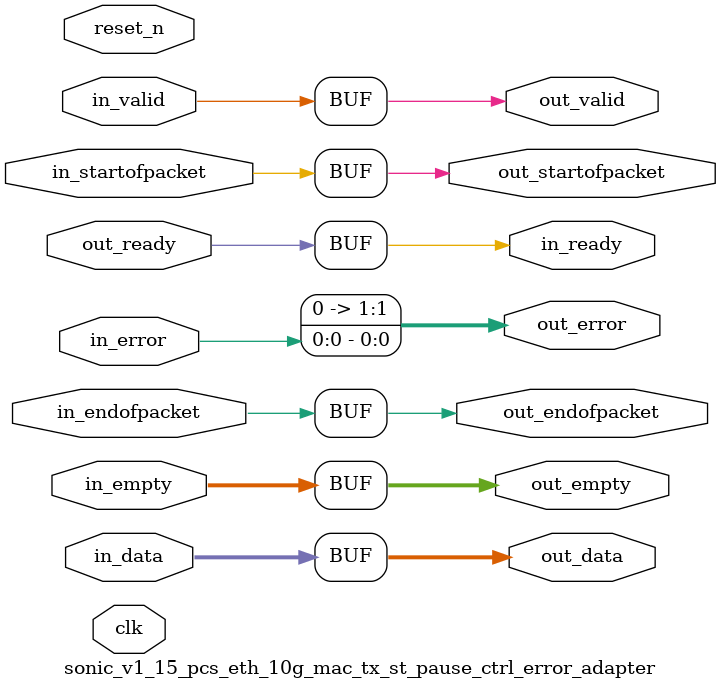
<source format=v>

`timescale 1ns / 100ps
module sonic_v1_15_pcs_eth_10g_mac_tx_st_pause_ctrl_error_adapter (
    
      // Interface: clk
      input              clk,
      // Interface: reset
      input              reset_n,
      // Interface: in
      output reg         in_ready,
      input              in_valid,
      input      [63: 0] in_data,
      input      [ 0: 0] in_error,
      input              in_startofpacket,
      input              in_endofpacket,
      input      [ 2: 0] in_empty,
      // Interface: out
      input              out_ready,
      output reg         out_valid,
      output reg [63: 0] out_data,
      output reg [ 1: 0] out_error,
      output reg         out_startofpacket,
      output reg         out_endofpacket,
      output reg [ 2: 0] out_empty
);



   // ---------------------------------------------------------------------
   //| Pass-through Mapping
   // ---------------------------------------------------------------------
   always @* begin
      in_ready = out_ready;
      out_valid = in_valid;
      out_data = in_data;
      out_startofpacket = in_startofpacket;
      out_endofpacket = in_endofpacket;
      out_empty = in_empty;

   end

   // ---------------------------------------------------------------------
   //| Error Mapping
   // ---------------------------------------------------------------------
   always @* begin
      out_error = 0;
      
      out_error = in_error;
   end
endmodule
</source>
